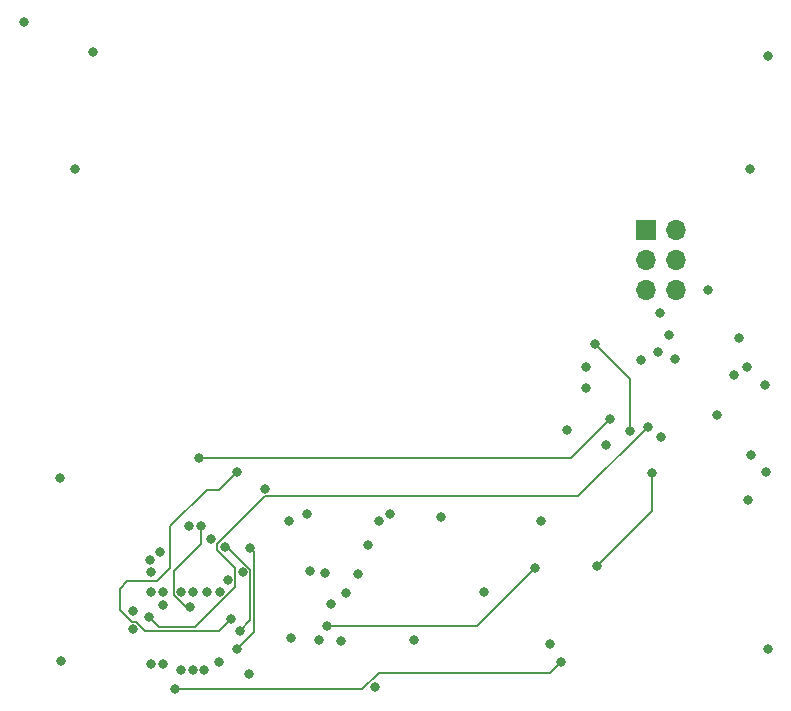
<source format=gbr>
%TF.GenerationSoftware,KiCad,Pcbnew,(6.0.0)*%
%TF.CreationDate,2022-05-08T17:08:30-04:00*%
%TF.ProjectId,QR_ATTINY3217,51525f41-5454-4494-9e59-333231372e6b,rev?*%
%TF.SameCoordinates,Original*%
%TF.FileFunction,Copper,L3,Inr*%
%TF.FilePolarity,Positive*%
%FSLAX46Y46*%
G04 Gerber Fmt 4.6, Leading zero omitted, Abs format (unit mm)*
G04 Created by KiCad (PCBNEW (6.0.0)) date 2022-05-08 17:08:30*
%MOMM*%
%LPD*%
G01*
G04 APERTURE LIST*
%TA.AperFunction,ComponentPad*%
%ADD10R,1.700000X1.700000*%
%TD*%
%TA.AperFunction,ComponentPad*%
%ADD11O,1.700000X1.700000*%
%TD*%
%TA.AperFunction,ViaPad*%
%ADD12C,0.800000*%
%TD*%
%TA.AperFunction,Conductor*%
%ADD13C,0.150000*%
%TD*%
G04 APERTURE END LIST*
D10*
%TO.N,/UDPI*%
%TO.C,J1*%
X169545000Y-88900000D03*
D11*
%TO.N,VCC*%
X172085000Y-88900000D03*
%TO.N,unconnected-(J1-Pad3)*%
X169545000Y-91440000D03*
%TO.N,unconnected-(J1-Pad4)*%
X172085000Y-91440000D03*
%TO.N,unconnected-(J1-Pad5)*%
X169545000Y-93980000D03*
%TO.N,GND*%
X172085000Y-93980000D03*
%TD*%
D12*
%TO.N,VCC*%
X168148000Y-105918000D03*
X165227000Y-98552000D03*
X165354000Y-117348000D03*
X170053000Y-109474000D03*
X155829000Y-119507000D03*
X134874000Y-124333000D03*
X136017000Y-115824000D03*
%TO.N,SEG_IN2*%
X131826000Y-113919000D03*
X130937000Y-120777000D03*
%TO.N,SEG_IN2_ENABLE*%
X169672000Y-105537000D03*
X127497500Y-121676500D03*
%TO.N,SEG_IN0*%
X135128000Y-122809000D03*
%TO.N,SEG_IN1*%
X134384343Y-121839989D03*
%TO.N,SEG_IN0*%
X133858000Y-115697000D03*
X137287000Y-110765000D03*
%TO.N,GND*%
X170815000Y-106436500D03*
%TO.N,SEG_IN1*%
X132715000Y-115062000D03*
X134874000Y-109347000D03*
%TO.N,Net-(DS1-Pad3)*%
X160147000Y-117475000D03*
X142494000Y-122428000D03*
%TO.N,Net-(DS1-Pad8)*%
X141097000Y-117729000D03*
X144145000Y-119634000D03*
%TO.N,VCC*%
X160655000Y-113538000D03*
%TO.N,Net-(BT1-Pad2)*%
X129667000Y-127762000D03*
X162306000Y-125476000D03*
%TO.N,GND*%
X130876556Y-113908500D03*
X128397000Y-116164500D03*
%TO.N,SEG_IN1_ENABLE*%
X131699000Y-108204000D03*
X166497000Y-104902000D03*
%TO.N,Net-(SW3-Pad1)*%
X164465000Y-102235000D03*
X164465000Y-100457000D03*
X170561000Y-99187000D03*
X162814000Y-105791000D03*
%TO.N,Net-(D3-Pad2)*%
X179578000Y-101981000D03*
X166116000Y-107061000D03*
%TO.N,Net-(SW1-Pad1)*%
X116840000Y-71247000D03*
X176991135Y-101172135D03*
%TO.N,Net-(D1-Pad2)*%
X178058142Y-100455320D03*
X169081081Y-99904919D03*
%TO.N,Net-(SW4-Pad1)*%
X177419000Y-98044000D03*
X171958000Y-99822000D03*
%TO.N,Net-(JP1-Pad1)*%
X178420000Y-107950000D03*
%TO.N,VCC*%
X170688000Y-95885000D03*
%TO.N,Net-(JP2-Pad1)*%
X171465000Y-97790000D03*
%TO.N,GND*%
X141859000Y-123571000D03*
X174752000Y-93980000D03*
X179705000Y-109347000D03*
X175514000Y-104521000D03*
X179832000Y-74168000D03*
X178308000Y-83693000D03*
X178181000Y-111760000D03*
X179832000Y-124333000D03*
X161417000Y-123952000D03*
X128640500Y-120590989D03*
X126102839Y-122679661D03*
X120015000Y-125349000D03*
X119888000Y-109855000D03*
X121158000Y-83693000D03*
X122682000Y-73787000D03*
%TO.N,SEG_D*%
X139495000Y-123395000D03*
X146558000Y-127599502D03*
%TO.N,SEG_C*%
X143680000Y-123655000D03*
X149860000Y-123571000D03*
%TO.N,SEG_E*%
X135890000Y-126492000D03*
%TO.N,SEG_B*%
X152146000Y-113157000D03*
X145980498Y-115570000D03*
%TO.N,SEG_A*%
X142395500Y-117884500D03*
X145161000Y-117983000D03*
%TO.N,SEG_F*%
X140843000Y-112903000D03*
X147828000Y-112903000D03*
%TO.N,SEG_G*%
X139319000Y-113538000D03*
X146939000Y-113538000D03*
%TO.N,SEG_DP*%
X126100500Y-121158000D03*
X127508000Y-116840000D03*
X142875000Y-120523000D03*
%TO.N,SEG_G*%
X127635000Y-117856000D03*
X135382000Y-117866500D03*
%TO.N,SEG_F*%
X134112000Y-118491000D03*
%TO.N,SEG_A*%
X133477000Y-119507000D03*
X133350000Y-125476000D03*
%TO.N,SEG_B*%
X132140503Y-126111000D03*
X132334000Y-119507000D03*
%TO.N,SEG_C*%
X131191000Y-126111000D03*
X131191000Y-119507000D03*
%TO.N,SEG_D*%
X130175589Y-119507589D03*
X130175000Y-126111000D03*
%TO.N,SEG_E*%
X128651000Y-119507000D03*
X128651000Y-125603000D03*
%TO.N,SEG_F*%
X127635000Y-125603000D03*
X127635000Y-119507000D03*
%TD*%
D13*
%TO.N,SEG_IN1*%
X125595414Y-118625586D02*
X128150586Y-118625586D01*
X124968000Y-119253000D02*
X125595414Y-118625586D01*
X124968000Y-121031000D02*
X124968000Y-119253000D01*
X125992150Y-122055150D02*
X124968000Y-121031000D01*
X126361521Y-122055150D02*
X125992150Y-122055150D01*
X127115371Y-122809000D02*
X126361521Y-122055150D01*
X133415332Y-122809000D02*
X127115371Y-122809000D01*
X134384343Y-121839989D02*
X133415332Y-122809000D01*
X129275511Y-117500660D02*
X128150586Y-118625586D01*
X129275511Y-113929489D02*
X129275511Y-117500660D01*
X132334000Y-110871000D02*
X129275511Y-113929489D01*
X133350000Y-110871000D02*
X132334000Y-110871000D01*
X134874000Y-109347000D02*
X133350000Y-110871000D01*
%TO.N,VCC*%
X168148000Y-101473000D02*
X168148000Y-105918000D01*
X165227000Y-98552000D02*
X168148000Y-101473000D01*
X170053000Y-112649000D02*
X170053000Y-109474000D01*
X165354000Y-117348000D02*
X170053000Y-112649000D01*
X136316520Y-122890480D02*
X134874000Y-124333000D01*
X136316520Y-116123520D02*
X136316520Y-122890480D01*
X136017000Y-115824000D02*
X136316520Y-116123520D01*
%TO.N,SEG_IN2*%
X131826000Y-115443000D02*
X131826000Y-113919000D01*
X129551078Y-119766271D02*
X129551078Y-117717922D01*
X130810000Y-116459000D02*
X131826000Y-115443000D01*
X130937000Y-120777000D02*
X130561807Y-120777000D01*
X130561807Y-120777000D02*
X129551078Y-119766271D01*
X129551078Y-117717922D02*
X130810000Y-116459000D01*
%TO.N,SEG_IN2_ENABLE*%
X163819489Y-111389511D02*
X169672000Y-105537000D01*
X133233489Y-115955682D02*
X133233489Y-115438318D01*
X134747000Y-117469193D02*
X133233489Y-115955682D01*
X133233489Y-115438318D02*
X137282296Y-111389511D01*
X134747000Y-119120193D02*
X134747000Y-117469193D01*
X137282296Y-111389511D02*
X163819489Y-111389511D01*
X131357713Y-122509480D02*
X134747000Y-119120193D01*
X128330480Y-122509480D02*
X131357713Y-122509480D01*
X127497500Y-121676500D02*
X128330480Y-122509480D01*
%TO.N,SEG_IN0*%
X136017000Y-121920000D02*
X135128000Y-122809000D01*
X136017000Y-117618307D02*
X136017000Y-121920000D01*
X134095693Y-115697000D02*
X136017000Y-117618307D01*
%TO.N,Net-(DS1-Pad3)*%
X155194000Y-122428000D02*
X160147000Y-117475000D01*
X142494000Y-122428000D02*
X155194000Y-122428000D01*
%TO.N,Net-(BT1-Pad2)*%
X146899788Y-126374521D02*
X161407479Y-126374521D01*
X145512309Y-127762000D02*
X146899788Y-126374521D01*
X129667000Y-127762000D02*
X145512309Y-127762000D01*
X161407479Y-126374521D02*
X162306000Y-125476000D01*
%TO.N,SEG_IN1_ENABLE*%
X163195000Y-108204000D02*
X131699000Y-108204000D01*
X166497000Y-104902000D02*
X163195000Y-108204000D01*
%TD*%
M02*

</source>
